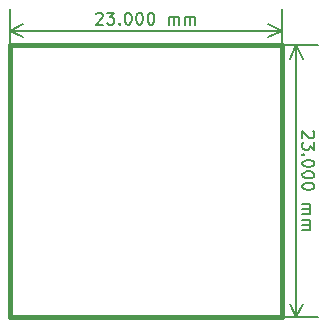
<source format=gbr>
G04 (created by PCBNEW (2013-01-21 BZR 3918)-testing) date Tue 22 Jan 2013 12:39:12 PM CET*
%MOIN*%
G04 Gerber Fmt 3.4, Leading zero omitted, Abs format*
%FSLAX34Y34*%
G01*
G70*
G90*
G04 APERTURE LIST*
%ADD10C,3.14961e-06*%
%ADD11C,0.008*%
%ADD12C,0.015*%
G04 APERTURE END LIST*
G54D10*
G54D11*
X42831Y-32609D02*
X42850Y-32590D01*
X42888Y-32571D01*
X42983Y-32571D01*
X43021Y-32590D01*
X43040Y-32609D01*
X43059Y-32647D01*
X43059Y-32685D01*
X43040Y-32742D01*
X42811Y-32971D01*
X43059Y-32971D01*
X43192Y-32571D02*
X43440Y-32571D01*
X43307Y-32723D01*
X43364Y-32723D01*
X43402Y-32742D01*
X43421Y-32761D01*
X43440Y-32799D01*
X43440Y-32895D01*
X43421Y-32933D01*
X43402Y-32952D01*
X43364Y-32971D01*
X43250Y-32971D01*
X43211Y-32952D01*
X43192Y-32933D01*
X43611Y-32933D02*
X43631Y-32952D01*
X43611Y-32971D01*
X43592Y-32952D01*
X43611Y-32933D01*
X43611Y-32971D01*
X43878Y-32571D02*
X43916Y-32571D01*
X43954Y-32590D01*
X43973Y-32609D01*
X43992Y-32647D01*
X44011Y-32723D01*
X44011Y-32818D01*
X43992Y-32895D01*
X43973Y-32933D01*
X43954Y-32952D01*
X43916Y-32971D01*
X43878Y-32971D01*
X43840Y-32952D01*
X43821Y-32933D01*
X43802Y-32895D01*
X43783Y-32818D01*
X43783Y-32723D01*
X43802Y-32647D01*
X43821Y-32609D01*
X43840Y-32590D01*
X43878Y-32571D01*
X44259Y-32571D02*
X44297Y-32571D01*
X44335Y-32590D01*
X44354Y-32609D01*
X44373Y-32647D01*
X44392Y-32723D01*
X44392Y-32818D01*
X44373Y-32895D01*
X44354Y-32933D01*
X44335Y-32952D01*
X44297Y-32971D01*
X44259Y-32971D01*
X44221Y-32952D01*
X44202Y-32933D01*
X44183Y-32895D01*
X44164Y-32818D01*
X44164Y-32723D01*
X44183Y-32647D01*
X44202Y-32609D01*
X44221Y-32590D01*
X44259Y-32571D01*
X44640Y-32571D02*
X44678Y-32571D01*
X44716Y-32590D01*
X44735Y-32609D01*
X44754Y-32647D01*
X44773Y-32723D01*
X44773Y-32818D01*
X44754Y-32895D01*
X44735Y-32933D01*
X44716Y-32952D01*
X44678Y-32971D01*
X44640Y-32971D01*
X44602Y-32952D01*
X44583Y-32933D01*
X44564Y-32895D01*
X44545Y-32818D01*
X44545Y-32723D01*
X44564Y-32647D01*
X44583Y-32609D01*
X44602Y-32590D01*
X44640Y-32571D01*
X45250Y-32971D02*
X45250Y-32704D01*
X45250Y-32742D02*
X45269Y-32723D01*
X45307Y-32704D01*
X45364Y-32704D01*
X45402Y-32723D01*
X45421Y-32761D01*
X45421Y-32971D01*
X45421Y-32761D02*
X45440Y-32723D01*
X45478Y-32704D01*
X45535Y-32704D01*
X45573Y-32723D01*
X45592Y-32761D01*
X45592Y-32971D01*
X45783Y-32971D02*
X45783Y-32704D01*
X45783Y-32742D02*
X45802Y-32723D01*
X45840Y-32704D01*
X45897Y-32704D01*
X45935Y-32723D01*
X45954Y-32761D01*
X45954Y-32971D01*
X45954Y-32761D02*
X45973Y-32723D01*
X46011Y-32704D01*
X46069Y-32704D01*
X46107Y-32723D01*
X46126Y-32761D01*
X46126Y-32971D01*
X39960Y-33169D02*
X49015Y-33169D01*
X39960Y-33661D02*
X39960Y-32449D01*
X49015Y-33661D02*
X49015Y-32449D01*
X49015Y-33169D02*
X48572Y-33400D01*
X49015Y-33169D02*
X48572Y-32938D01*
X39960Y-33169D02*
X40404Y-33400D01*
X39960Y-33169D02*
X40404Y-32938D01*
X50067Y-36531D02*
X50086Y-36550D01*
X50105Y-36588D01*
X50105Y-36684D01*
X50086Y-36722D01*
X50067Y-36741D01*
X50029Y-36760D01*
X49991Y-36760D01*
X49934Y-36741D01*
X49705Y-36512D01*
X49705Y-36760D01*
X50105Y-36893D02*
X50105Y-37141D01*
X49953Y-37008D01*
X49953Y-37065D01*
X49934Y-37103D01*
X49915Y-37122D01*
X49877Y-37141D01*
X49782Y-37141D01*
X49744Y-37122D01*
X49725Y-37103D01*
X49705Y-37065D01*
X49705Y-36950D01*
X49725Y-36912D01*
X49744Y-36893D01*
X49744Y-37312D02*
X49725Y-37331D01*
X49705Y-37312D01*
X49725Y-37293D01*
X49744Y-37312D01*
X49705Y-37312D01*
X50105Y-37579D02*
X50105Y-37617D01*
X50086Y-37655D01*
X50067Y-37674D01*
X50029Y-37693D01*
X49953Y-37712D01*
X49858Y-37712D01*
X49782Y-37693D01*
X49744Y-37674D01*
X49725Y-37655D01*
X49705Y-37617D01*
X49705Y-37579D01*
X49725Y-37541D01*
X49744Y-37522D01*
X49782Y-37503D01*
X49858Y-37484D01*
X49953Y-37484D01*
X50029Y-37503D01*
X50067Y-37522D01*
X50086Y-37541D01*
X50105Y-37579D01*
X50105Y-37960D02*
X50105Y-37998D01*
X50086Y-38036D01*
X50067Y-38055D01*
X50029Y-38074D01*
X49953Y-38093D01*
X49858Y-38093D01*
X49782Y-38074D01*
X49744Y-38055D01*
X49725Y-38036D01*
X49705Y-37998D01*
X49705Y-37960D01*
X49725Y-37922D01*
X49744Y-37903D01*
X49782Y-37884D01*
X49858Y-37865D01*
X49953Y-37865D01*
X50029Y-37884D01*
X50067Y-37903D01*
X50086Y-37922D01*
X50105Y-37960D01*
X50105Y-38341D02*
X50105Y-38379D01*
X50086Y-38417D01*
X50067Y-38436D01*
X50029Y-38455D01*
X49953Y-38474D01*
X49858Y-38474D01*
X49782Y-38455D01*
X49744Y-38436D01*
X49725Y-38417D01*
X49705Y-38379D01*
X49705Y-38341D01*
X49725Y-38303D01*
X49744Y-38284D01*
X49782Y-38265D01*
X49858Y-38246D01*
X49953Y-38246D01*
X50029Y-38265D01*
X50067Y-38284D01*
X50086Y-38303D01*
X50105Y-38341D01*
X49705Y-38950D02*
X49972Y-38950D01*
X49934Y-38950D02*
X49953Y-38969D01*
X49972Y-39008D01*
X49972Y-39065D01*
X49953Y-39103D01*
X49915Y-39122D01*
X49705Y-39122D01*
X49915Y-39122D02*
X49953Y-39141D01*
X49972Y-39179D01*
X49972Y-39236D01*
X49953Y-39274D01*
X49915Y-39293D01*
X49705Y-39293D01*
X49705Y-39484D02*
X49972Y-39484D01*
X49934Y-39484D02*
X49953Y-39503D01*
X49972Y-39541D01*
X49972Y-39598D01*
X49953Y-39636D01*
X49915Y-39655D01*
X49705Y-39655D01*
X49915Y-39655D02*
X49953Y-39674D01*
X49972Y-39712D01*
X49972Y-39769D01*
X49953Y-39808D01*
X49915Y-39827D01*
X49705Y-39827D01*
X49507Y-33661D02*
X49507Y-42716D01*
X49015Y-33661D02*
X50227Y-33661D01*
X49015Y-42716D02*
X50227Y-42716D01*
X49507Y-42716D02*
X49276Y-42273D01*
X49507Y-42716D02*
X49738Y-42273D01*
X49507Y-33661D02*
X49276Y-34104D01*
X49507Y-33661D02*
X49738Y-34104D01*
G54D12*
X49015Y-42716D02*
X49015Y-33661D01*
X39960Y-42716D02*
X49015Y-42716D01*
X39960Y-33661D02*
X39960Y-42716D01*
X39960Y-33661D02*
X49015Y-33661D01*
M02*

</source>
